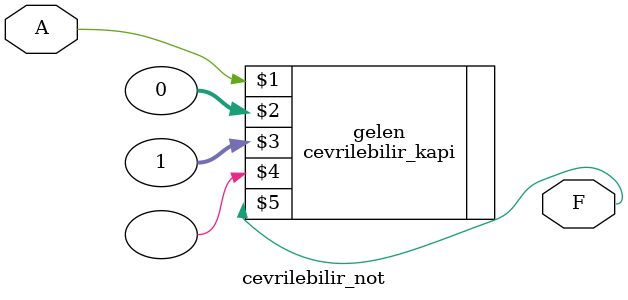
<source format=v>
`timescale 1ns / 1ps


module cevrilebilir_not(
    input A,
    output F
    );
    cevrilebilir_kapi gelen(A,0,1, ,F, );
endmodule

</source>
